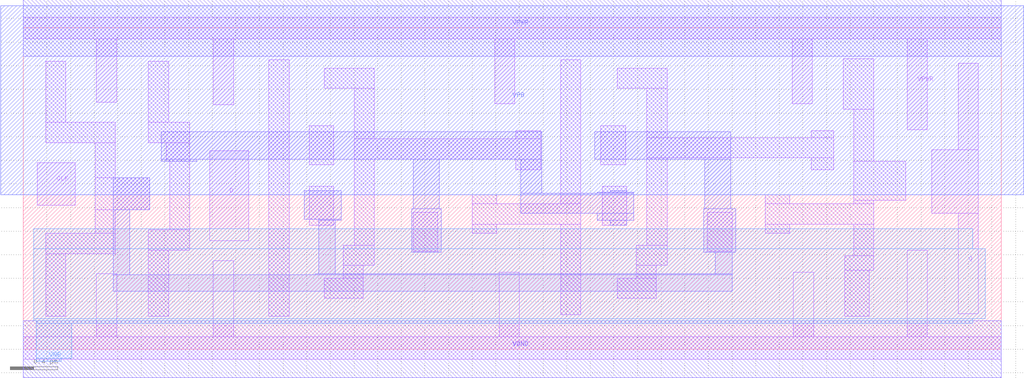
<source format=lef>
VERSION 5.7 ;
  NOWIREEXTENSIONATPIN ON ;
  DIVIDERCHAR "/" ;
  BUSBITCHARS "[]" ;
MACRO sky130_as_sc_hs__buff_2
  CLASS CORE ;
  FOREIGN sky130_as_sc_hs__buff_2 ;
  ORIGIN 0.000 0.000 ;
  SIZE 1.840 BY 2.720 ;
  SYMMETRY X Y R90 ;
  SITE unithd ;
  PIN VPB
    DIRECTION INOUT ;
    USE POWER ;
    PORT
      LAYER nwell ;
        RECT -0.190 1.310 2.030 2.910 ;
    END
  END VPB
  PIN VPWR
    DIRECTION INOUT ;
    USE POWER ;
    SHAPE ABUTMENT ;
    PORT
      LAYER li1 ;
        RECT 0.000 2.630 1.840 2.810 ;
        RECT 0.605 2.050 0.775 2.630 ;
        RECT 1.490 1.910 1.660 2.630 ;
      LAYER met1 ;
        RECT 0.000 2.480 1.840 2.960 ;
    END
  END VPWR
  PIN VGND
    DIRECTION INOUT ;
    USE GROUND ;
    SHAPE ABUTMENT ;
    PORT
      LAYER li1 ;
        RECT 0.605 0.105 0.775 0.700 ;
        RECT 1.490 0.105 1.660 0.760 ;
        RECT 0.000 -0.085 1.840 0.105 ;
      LAYER met1 ;
        RECT 0.000 -0.240 1.840 0.240 ;
    END
  END VGND
  PIN VNB
    DIRECTION INOUT ;
    USE GROUND ;
    PORT
      LAYER pwell ;
        RECT 0.030 0.210 1.810 1.020 ;
        RECT 0.110 -0.100 0.450 0.210 ;
    END
  END VNB
  PIN A
    DIRECTION INPUT ;
    USE SIGNAL ;
    ANTENNAGATEAREA 0.189000 ;
    PORT
      LAYER li1 ;
        RECT 0.155 1.210 0.450 1.540 ;
    END
  END A
  PIN Y
    DIRECTION OUTPUT ;
    USE SIGNAL ;
    ANTENNADIFFAREA 0.365400 ;
    PORT
      LAYER li1 ;
        RECT 1.050 1.910 1.320 2.420 ;
        RECT 1.150 1.460 1.320 1.910 ;
        RECT 1.150 1.260 1.385 1.460 ;
        RECT 1.150 0.800 1.320 1.260 ;
        RECT 1.050 0.290 1.320 0.800 ;
    END
  END Y
  OBS
      LAYER li1 ;
        RECT 0.170 1.880 0.340 2.420 ;
        RECT 0.170 1.710 0.880 1.880 ;
        RECT 0.710 1.560 0.880 1.710 ;
        RECT 0.710 1.230 0.980 1.560 ;
        RECT 0.710 1.040 0.880 1.230 ;
        RECT 0.175 0.870 0.880 1.040 ;
        RECT 0.175 0.290 0.345 0.870 ;
  END
END sky130_as_sc_hs__buff_2

VERSION 5.7 ;
  NOWIREEXTENSIONATPIN ON ;
  DIVIDERCHAR "/" ;
  BUSBITCHARS "[]" ;
MACRO sky130_as_sc_hs__buff_11
  CLASS CORE ;
  FOREIGN sky130_as_sc_hs__buff_11 ;
  ORIGIN 0.000 0.000 ;
  SIZE 7.360 BY 2.720 ;
  SYMMETRY X Y R90 ;
  SITE unithd ;
  PIN VPB
    DIRECTION INOUT ;
    USE POWER ;
    PORT
      LAYER nwell ;
        RECT -0.190 1.310 7.550 2.910 ;
    END
  END VPB
  PIN VPWR
    DIRECTION INOUT ;
    USE POWER ;
    SHAPE ABUTMENT ;
    PORT
      LAYER li1 ;
        RECT 0.000 2.630 7.360 2.810 ;
        RECT 0.180 1.890 0.350 2.630 ;
        RECT 1.050 1.955 1.220 2.630 ;
        RECT 1.930 1.960 2.100 2.630 ;
        RECT 2.830 1.965 3.000 2.630 ;
        RECT 3.710 1.965 3.880 2.630 ;
        RECT 4.590 1.965 4.760 2.630 ;
        RECT 5.470 1.965 5.640 2.630 ;
        RECT 6.360 1.965 6.530 2.630 ;
      LAYER met1 ;
        RECT 0.000 2.480 7.360 2.960 ;
    END
  END VPWR
  PIN VGND
    DIRECTION INOUT ;
    USE GROUND ;
    SHAPE ABUTMENT ;
    PORT
      LAYER li1 ;
        RECT 0.180 0.105 0.350 0.740 ;
        RECT 1.050 0.105 1.220 0.700 ;
        RECT 1.930 0.105 2.100 0.700 ;
        RECT 2.830 0.105 3.000 0.700 ;
        RECT 3.710 0.105 3.880 0.700 ;
        RECT 4.590 0.105 4.760 0.700 ;
        RECT 5.470 0.105 5.640 0.700 ;
        RECT 6.360 0.105 6.530 0.700 ;
        RECT 0.000 -0.085 7.360 0.105 ;
      LAYER met1 ;
        RECT 0.000 -0.240 7.360 0.240 ;
    END
  END VGND
  PIN VNB
    DIRECTION INOUT ;
    USE GROUND ;
    PORT
      LAYER pwell ;
        RECT 0.100 0.220 7.120 1.020 ;
        RECT 0.100 -0.075 0.410 0.220 ;
        RECT 0.100 -0.100 0.370 -0.075 ;
    END
  END VNB
  PIN A
    DIRECTION INPUT ;
    USE SIGNAL ;
    ANTENNAGATEAREA 0.756000 ;
    PORT
      LAYER li1 ;
        RECT 0.190 1.220 1.880 1.445 ;
    END
  END A
  PIN Y
    DIRECTION OUTPUT ;
    USE SIGNAL ;
    ANTENNADIFFAREA 2.230200 ;
    PORT
      LAYER li1 ;
        RECT 2.390 1.795 2.560 2.460 ;
        RECT 3.270 1.795 3.440 2.460 ;
        RECT 4.150 1.795 4.320 2.460 ;
        RECT 5.030 1.795 5.200 2.460 ;
        RECT 5.920 1.795 6.090 2.460 ;
        RECT 6.800 1.795 6.970 2.460 ;
        RECT 7.140 1.795 7.330 1.870 ;
        RECT 2.390 1.625 7.330 1.795 ;
        RECT 7.080 1.040 7.330 1.625 ;
        RECT 2.390 0.870 7.330 1.040 ;
        RECT 2.390 0.280 2.560 0.870 ;
        RECT 3.270 0.280 3.440 0.870 ;
        RECT 4.150 0.280 4.320 0.870 ;
        RECT 5.030 0.280 5.200 0.870 ;
        RECT 5.910 0.280 6.080 0.870 ;
        RECT 6.800 0.280 6.970 0.870 ;
        RECT 7.140 0.700 7.330 0.870 ;
    END
  END Y
  OBS
      LAYER li1 ;
        RECT 0.610 1.785 0.780 2.460 ;
        RECT 1.490 1.785 1.660 2.460 ;
        RECT 0.610 1.615 2.220 1.785 ;
        RECT 2.050 1.455 2.220 1.615 ;
        RECT 2.050 1.230 6.910 1.455 ;
        RECT 2.050 1.050 2.220 1.230 ;
        RECT 0.610 0.870 2.220 1.050 ;
        RECT 0.610 0.280 0.780 0.870 ;
        RECT 1.490 0.280 1.660 0.870 ;
  END
END sky130_as_sc_hs__buff_11

VERSION 5.7 ;
  NOWIREEXTENSIONATPIN ON ;
  DIVIDERCHAR "/" ;
  BUSBITCHARS "[]" ;
MACRO sky130_as_sc_hs__decap_3
  CLASS CORE ;
  FOREIGN sky130_as_sc_hs__decap_3 ;
  ORIGIN 0.000 0.000 ;
  SIZE 1.380 BY 2.720 ;
  SYMMETRY X Y R90 ;
  SITE unithd ;
  PIN VNB
    DIRECTION INOUT ;
    USE GROUND ;
    PORT
      LAYER pwell ;
        RECT 0.010 0.220 1.370 1.020 ;
        RECT 0.110 -0.075 0.380 0.220 ;
        RECT 0.110 -0.110 0.360 -0.075 ;
    END
  END VNB
  PIN VPB
    DIRECTION INOUT ;
    USE POWER ;
    PORT
      LAYER nwell ;
        RECT -0.190 1.310 1.570 2.910 ;
    END
  END VPB
  PIN VGND
    DIRECTION INOUT ;
    USE GROUND ;
    SHAPE ABUTMENT ;
    PORT
      LAYER li1 ;
        RECT 0.240 0.980 0.580 1.580 ;
        RECT 0.140 0.105 1.210 0.980 ;
        RECT 0.000 -0.085 1.380 0.105 ;
      LAYER met1 ;
        RECT 0.000 -0.240 1.380 0.240 ;
    END
  END VGND
  PIN VPWR
    DIRECTION INOUT ;
    USE POWER ;
    SHAPE ABUTMENT ;
    PORT
      LAYER li1 ;
        RECT 0.000 2.630 1.380 2.810 ;
        RECT 0.140 1.830 1.210 2.630 ;
        RECT 0.830 1.150 1.170 1.830 ;
      LAYER met1 ;
        RECT 0.000 2.480 1.380 2.960 ;
    END
  END VPWR
END sky130_as_sc_hs__decap_3

VERSION 5.7 ;
  NOWIREEXTENSIONATPIN ON ;
  DIVIDERCHAR "/" ;
  BUSBITCHARS "[]" ;
MACRO sky130_as_sc_hs__decap_4
  CLASS CORE ;
  FOREIGN sky130_as_sc_hs__decap_4 ;
  ORIGIN 0.000 0.000 ;
  SIZE 1.840 BY 2.720 ;
  SYMMETRY X Y R90 ;
  SITE unithd ;
  PIN VNB
    DIRECTION INOUT ;
    USE GROUND ;
    PORT
      LAYER pwell ;
        RECT 0.110 0.240 1.730 1.020 ;
        RECT 0.130 0.220 1.600 0.240 ;
        RECT 0.130 -0.100 0.450 0.220 ;
    END
  END VNB
  PIN VPB
    DIRECTION INOUT ;
    USE POWER ;
    PORT
      LAYER nwell ;
        RECT -0.190 1.310 2.030 2.910 ;
    END
  END VPB
  PIN VPWR
    DIRECTION INOUT ;
    USE POWER ;
    SHAPE ABUTMENT ;
    PORT
      LAYER li1 ;
        RECT 0.000 2.630 1.840 2.810 ;
        RECT 0.170 1.850 1.670 2.630 ;
        RECT 1.270 1.180 1.610 1.850 ;
      LAYER met1 ;
        RECT 0.000 2.480 1.840 2.960 ;
    END
  END VPWR
  PIN VGND
    DIRECTION INOUT ;
    USE GROUND ;
    SHAPE ABUTMENT ;
    PORT
      LAYER li1 ;
        RECT 0.240 0.900 0.580 1.580 ;
        RECT 0.180 0.105 1.660 0.900 ;
        RECT 0.000 -0.085 1.840 0.105 ;
      LAYER met1 ;
        RECT 0.000 -0.240 1.840 0.240 ;
    END
  END VGND
END sky130_as_sc_hs__decap_4

VERSION 5.7 ;
  NOWIREEXTENSIONATPIN ON ;
  DIVIDERCHAR "/" ;
  BUSBITCHARS "[]" ;
MACRO sky130_as_sc_hs__decap_16
  CLASS CORE ;
  FOREIGN sky130_as_sc_hs__decap_16 ;
  ORIGIN 0.000 0.000 ;
  SIZE 7.360 BY 2.720 ;
  SYMMETRY X Y R90 ;
  SITE unithd ;
  PIN VNB
    DIRECTION INOUT ;
    USE GROUND ;
    PORT
      LAYER pwell ;
        RECT 0.120 0.220 7.120 1.020 ;
        RECT 0.120 -0.110 0.520 0.220 ;
    END
  END VNB
  PIN VPB
    DIRECTION INOUT ;
    USE POWER ;
    PORT
      LAYER nwell ;
        RECT -0.190 1.310 7.550 2.910 ;
    END
  END VPB
  PIN VPWR
    DIRECTION INOUT ;
    USE POWER ;
    SHAPE ABUTMENT ;
    PORT
      LAYER li1 ;
        RECT 0.000 2.630 7.360 2.810 ;
        RECT 0.360 1.690 6.980 2.630 ;
        RECT 0.600 1.340 0.850 1.690 ;
        RECT 0.560 1.140 0.890 1.340 ;
      LAYER met1 ;
        RECT 0.000 2.480 7.360 2.960 ;
    END
  END VPWR
  PIN VGND
    DIRECTION INOUT ;
    USE GROUND ;
    SHAPE ABUTMENT ;
    PORT
      LAYER li1 ;
        RECT 6.390 0.940 6.720 1.520 ;
        RECT 0.360 0.105 6.970 0.940 ;
        RECT 0.000 -0.085 7.360 0.105 ;
      LAYER met1 ;
        RECT 0.000 -0.240 7.360 0.240 ;
    END
  END VGND
END sky130_as_sc_hs__decap_16

VERSION 5.7 ;
  NOWIREEXTENSIONATPIN ON ;
  DIVIDERCHAR "/" ;
  BUSBITCHARS "[]" ;
MACRO sky130_as_sc_hs__dfxtp_1
  CLASS CORE ;
  FOREIGN sky130_as_sc_hs__dfxtp_1 ;
  ORIGIN 0.000 0.000 ;
  SIZE 8.280 BY 2.720 ;
  SYMMETRY X Y R90 ;
  SITE unithd ;
  PIN VNB
    DIRECTION INOUT ;
    USE GROUND ;
    PORT
      LAYER pwell ;
        RECT 0.090 0.850 8.040 1.020 ;
        RECT 0.090 0.260 8.145 0.850 ;
        RECT 0.090 0.240 8.040 0.260 ;
        RECT 0.110 0.220 8.040 0.240 ;
        RECT 0.110 -0.075 0.410 0.220 ;
        RECT 0.110 -0.100 0.320 -0.075 ;
    END
  END VNB
  PIN VPB
    DIRECTION INOUT ;
    USE POWER ;
    PORT
      LAYER nwell ;
        RECT -0.190 1.310 8.470 2.910 ;
    END
  END VPB
  PIN VPWR
    DIRECTION INOUT ;
    USE POWER ;
    SHAPE ABUTMENT ;
    PORT
      LAYER li1 ;
        RECT 0.000 2.630 8.280 2.810 ;
        RECT 0.620 2.090 0.790 2.630 ;
        RECT 1.610 2.070 1.780 2.630 ;
        RECT 3.990 2.080 4.160 2.630 ;
        RECT 6.510 2.080 6.680 2.630 ;
        RECT 7.485 1.860 7.655 2.630 ;
      LAYER met1 ;
        RECT 0.000 2.480 8.280 2.960 ;
    END
  END VPWR
  PIN VGND
    DIRECTION INOUT ;
    USE GROUND ;
    SHAPE ABUTMENT ;
    PORT
      LAYER li1 ;
        RECT 0.620 0.105 0.790 0.640 ;
        RECT 1.610 0.105 1.780 0.750 ;
        RECT 4.030 0.105 4.200 0.650 ;
        RECT 6.520 0.105 6.690 0.650 ;
        RECT 7.485 0.105 7.655 0.840 ;
        RECT 0.000 -0.085 8.280 0.105 ;
      LAYER met1 ;
        RECT 0.000 -0.240 8.280 0.240 ;
    END
  END VGND
  PIN CLK
    DIRECTION INPUT ;
    USE CLOCK ;
    ANTENNAGATEAREA 0.186000 ;
    PORT
      LAYER li1 ;
        RECT 0.120 1.220 0.440 1.580 ;
    END
  END CLK
  PIN Q
    DIRECTION OUTPUT ;
    USE SIGNAL ;
    ANTENNADIFFAREA 0.331250 ;
    PORT
      LAYER li1 ;
        RECT 7.915 1.690 8.085 2.420 ;
        RECT 7.690 1.150 8.085 1.690 ;
        RECT 7.915 0.300 8.085 1.150 ;
    END
  END Q
  PIN D
    DIRECTION INPUT ;
    USE SIGNAL ;
    ANTENNAGATEAREA 0.163500 ;
    PORT
      LAYER li1 ;
        RECT 1.580 0.920 1.910 1.680 ;
    END
  END D
  OBS
      LAYER li1 ;
        RECT 0.190 1.920 0.360 2.440 ;
        RECT 1.060 1.920 1.230 2.440 ;
        RECT 0.190 1.750 0.780 1.920 ;
        RECT 1.060 1.750 1.410 1.920 ;
        RECT 0.610 1.450 0.780 1.750 ;
        RECT 1.210 1.590 1.410 1.750 ;
        RECT 0.610 1.180 1.070 1.450 ;
        RECT 0.610 0.980 0.780 1.180 ;
        RECT 1.240 1.010 1.410 1.590 ;
        RECT 0.190 0.810 0.780 0.980 ;
        RECT 1.060 0.840 1.410 1.010 ;
        RECT 0.190 0.280 0.360 0.810 ;
        RECT 1.060 0.280 1.230 0.840 ;
        RECT 2.080 0.280 2.250 2.450 ;
        RECT 2.550 2.210 2.970 2.380 ;
        RECT 2.420 1.560 2.630 1.890 ;
        RECT 2.800 1.780 2.970 2.210 ;
        RECT 4.170 1.780 4.380 1.850 ;
        RECT 2.800 1.610 4.380 1.780 ;
        RECT 2.420 1.050 2.630 1.380 ;
        RECT 2.800 0.880 2.970 1.610 ;
        RECT 4.170 1.520 4.380 1.610 ;
        RECT 3.800 1.230 4.010 1.310 ;
        RECT 4.550 1.230 4.720 2.450 ;
        RECT 5.030 2.210 5.450 2.380 ;
        RECT 4.890 1.560 5.100 1.890 ;
        RECT 5.280 1.790 5.450 2.210 ;
        RECT 6.940 2.030 7.200 2.460 ;
        RECT 6.670 1.790 6.860 1.850 ;
        RECT 5.280 1.620 6.860 1.790 ;
        RECT 2.710 0.710 2.970 0.880 ;
        RECT 3.300 0.830 3.510 1.160 ;
        RECT 3.800 1.060 4.720 1.230 ;
        RECT 3.800 0.980 4.010 1.060 ;
        RECT 2.710 0.600 2.880 0.710 ;
        RECT 2.550 0.430 2.880 0.600 ;
        RECT 4.550 0.290 4.720 1.060 ;
        RECT 4.900 1.050 5.110 1.380 ;
        RECT 5.280 0.880 5.450 1.620 ;
        RECT 6.670 1.520 6.860 1.620 ;
        RECT 7.030 1.590 7.200 2.030 ;
        RECT 6.280 1.230 6.490 1.310 ;
        RECT 7.030 1.260 7.470 1.590 ;
        RECT 7.030 1.230 7.200 1.260 ;
        RECT 5.190 0.710 5.450 0.880 ;
        RECT 5.790 0.830 6.000 1.160 ;
        RECT 6.280 1.060 7.200 1.230 ;
        RECT 6.280 0.980 6.490 1.060 ;
        RECT 7.030 0.790 7.200 1.060 ;
        RECT 5.190 0.600 5.360 0.710 ;
        RECT 5.030 0.430 5.360 0.600 ;
        RECT 6.955 0.670 7.200 0.790 ;
        RECT 6.955 0.280 7.160 0.670 ;
      LAYER met1 ;
        RECT 1.170 1.610 4.390 1.840 ;
        RECT 4.840 1.610 5.990 1.840 ;
        RECT 1.170 1.590 1.470 1.610 ;
        RECT 0.760 1.180 1.070 1.450 ;
        RECT 0.760 0.630 0.900 1.180 ;
        RECT 2.380 1.100 2.690 1.340 ;
        RECT 3.300 1.190 3.520 1.610 ;
        RECT 4.210 1.320 4.390 1.610 ;
        RECT 4.970 1.330 5.110 1.340 ;
        RECT 4.860 1.320 5.170 1.330 ;
        RECT 2.500 1.090 2.690 1.100 ;
        RECT 2.500 0.640 2.640 1.090 ;
        RECT 3.290 0.820 3.540 1.190 ;
        RECT 4.210 1.150 5.170 1.320 ;
        RECT 5.770 1.190 5.990 1.610 ;
        RECT 4.860 1.090 5.170 1.150 ;
        RECT 4.970 1.050 5.110 1.090 ;
        RECT 5.760 0.820 6.030 1.190 ;
        RECT 5.860 0.640 6.000 0.820 ;
        RECT 2.470 0.630 6.000 0.640 ;
        RECT 0.760 0.490 6.000 0.630 ;
  END
END sky130_as_sc_hs__dfxtp_1

VERSION 5.7 ;
  NOWIREEXTENSIONATPIN ON ;
  DIVIDERCHAR "/" ;
  BUSBITCHARS "[]" ;
MACRO sky130_as_sc_hs__diode_2
  CLASS CORE ;
  FOREIGN sky130_as_sc_hs__diode_2 ;
  ORIGIN 0.000 0.000 ;
  SIZE 0.920 BY 2.720 ;
  SYMMETRY X Y R90 ;
  SITE unithd ;
  PIN VPB
    DIRECTION INOUT ;
    USE POWER ;
    PORT
      LAYER nwell ;
        RECT -0.190 1.310 1.110 2.910 ;
    END
  END VPB
  PIN VPWR
    DIRECTION INOUT ;
    USE POWER ;
    SHAPE ABUTMENT ;
    PORT
      LAYER li1 ;
        RECT 0.000 2.630 0.920 2.810 ;
      LAYER met1 ;
        RECT 0.000 2.480 0.920 2.960 ;
    END
  END VPWR
  PIN VGND
    DIRECTION INOUT ;
    USE GROUND ;
    SHAPE ABUTMENT ;
    PORT
      LAYER li1 ;
        RECT 0.000 -0.085 0.920 0.105 ;
      LAYER met1 ;
        RECT 0.000 -0.240 0.920 0.240 ;
    END
  END VGND
  PIN VNB
    DIRECTION INOUT ;
    USE GROUND ;
    PORT
      LAYER pwell ;
        RECT 0.050 0.220 0.870 1.020 ;
        RECT 0.210 -0.075 0.390 0.220 ;
    END
  END VNB
  PIN DIODE
    DIRECTION INPUT ;
    USE SIGNAL ;
    ANTENNADIFFAREA 0.441000 ;
    PORT
      LAYER li1 ;
        RECT 0.190 0.290 0.740 2.450 ;
    END
  END DIODE
END sky130_as_sc_hs__diode_2

VERSION 5.7 ;
  NOWIREEXTENSIONATPIN ON ;
  DIVIDERCHAR "/" ;
  BUSBITCHARS "[]" ;
MACRO sky130_as_sc_hs__fill_1
  CLASS CORE SPACER ;
  FOREIGN sky130_as_sc_hs__fill_1 ;
  ORIGIN 0.000 0.000 ;
  SIZE 0.460 BY 2.720 ;
  SYMMETRY X Y R90 ;
  SITE unithd ;
  PIN VPB
    DIRECTION INOUT ;
    USE POWER ;
    PORT
      LAYER nwell ;
        RECT -0.190 1.310 0.650 2.910 ;
    END
  END VPB
  PIN VPWR
    DIRECTION INOUT ;
    USE POWER ;
    SHAPE ABUTMENT ;
    PORT
      LAYER li1 ;
        RECT 0.000 2.630 0.460 2.810 ;
      LAYER met1 ;
        RECT 0.000 2.480 0.460 2.960 ;
    END
  END VPWR
  PIN VGND
    DIRECTION INOUT ;
    USE GROUND ;
    SHAPE ABUTMENT ;
    PORT
      LAYER li1 ;
        RECT 0.000 -0.085 0.460 0.105 ;
      LAYER met1 ;
        RECT 0.000 -0.240 0.460 0.240 ;
    END
  END VGND
END sky130_as_sc_hs__fill_1

VERSION 5.7 ;
  NOWIREEXTENSIONATPIN ON ;
  DIVIDERCHAR "/" ;
  BUSBITCHARS "[]" ;
MACRO sky130_as_sc_hs__fill_2
  CLASS CORE SPACER ;
  FOREIGN sky130_as_sc_hs__fill_2 ;
  ORIGIN 0.000 0.000 ;
  SIZE 0.920 BY 2.720 ;
  SYMMETRY X Y R90 ;
  SITE unithd ;
  PIN VPB
    DIRECTION INOUT ;
    USE POWER ;
    PORT
      LAYER nwell ;
        RECT -0.190 1.310 1.110 2.910 ;
    END
  END VPB
  PIN VPWR
    DIRECTION INOUT ;
    USE POWER ;
    SHAPE ABUTMENT ;
    PORT
      LAYER li1 ;
        RECT 0.000 2.630 0.920 2.810 ;
      LAYER met1 ;
        RECT 0.000 2.480 0.920 2.960 ;
    END
  END VPWR
  PIN VGND
    DIRECTION INOUT ;
    USE GROUND ;
    SHAPE ABUTMENT ;
    PORT
      LAYER li1 ;
        RECT 0.000 -0.085 0.920 0.105 ;
      LAYER met1 ;
        RECT 0.000 -0.240 0.920 0.240 ;
    END
  END VGND
END sky130_as_sc_hs__fill_2

VERSION 5.7 ;
  NOWIREEXTENSIONATPIN ON ;
  DIVIDERCHAR "/" ;
  BUSBITCHARS "[]" ;
MACRO sky130_as_sc_hs__fill_4
  CLASS CORE SPACER ;
  FOREIGN sky130_as_sc_hs__fill_4 ;
  ORIGIN 0.000 0.000 ;
  SIZE 1.840 BY 2.720 ;
  SYMMETRY X Y R90 ;
  SITE unithd ;
  PIN VPB
    DIRECTION INOUT ;
    USE POWER ;
    PORT
      LAYER nwell ;
        RECT -0.190 1.310 2.030 2.910 ;
    END
  END VPB
  PIN VPWR
    DIRECTION INOUT ;
    USE POWER ;
    SHAPE ABUTMENT ;
    PORT
      LAYER li1 ;
        RECT 0.000 2.630 1.840 2.810 ;
      LAYER met1 ;
        RECT 0.000 2.480 1.840 2.960 ;
    END
  END VPWR
  PIN VGND
    DIRECTION INOUT ;
    USE GROUND ;
    SHAPE ABUTMENT ;
    PORT
      LAYER li1 ;
        RECT 0.000 -0.085 1.840 0.105 ;
      LAYER met1 ;
        RECT 0.000 -0.240 1.840 0.240 ;
    END
  END VGND
END sky130_as_sc_hs__fill_4

VERSION 5.7 ;
  NOWIREEXTENSIONATPIN ON ;
  DIVIDERCHAR "/" ;
  BUSBITCHARS "[]" ;
MACRO sky130_as_sc_hs__fill_8
  CLASS CORE SPACER ;
  FOREIGN sky130_as_sc_hs__fill_8 ;
  ORIGIN 0.000 0.000 ;
  SIZE 3.680 BY 2.720 ;
  SYMMETRY X Y R90 ;
  SITE unithd ;
  PIN VPB
    DIRECTION INOUT ;
    USE POWER ;
    PORT
      LAYER nwell ;
        RECT -0.190 1.310 3.870 2.910 ;
    END
  END VPB
  PIN VPWR
    DIRECTION INOUT ;
    USE POWER ;
    SHAPE ABUTMENT ;
    PORT
      LAYER li1 ;
        RECT 0.000 2.630 3.680 2.810 ;
      LAYER met1 ;
        RECT 0.000 2.480 3.680 2.960 ;
    END
  END VPWR
  PIN VGND
    DIRECTION INOUT ;
    USE GROUND ;
    SHAPE ABUTMENT ;
    PORT
      LAYER li1 ;
        RECT 0.000 -0.085 3.680 0.105 ;
      LAYER met1 ;
        RECT 0.000 -0.240 3.680 0.240 ;
    END
  END VGND
  OBS
      LAYER li1 ;
        RECT 0.210 0.360 0.450 2.360 ;
  END
END sky130_as_sc_hs__fill_8

VERSION 5.7 ;
  NOWIREEXTENSIONATPIN ON ;
  DIVIDERCHAR "/" ;
  BUSBITCHARS "[]" ;
MACRO sky130_as_sc_hs__fill_16
  CLASS CORE ;
  FOREIGN sky130_as_sc_hs__fill_16 ;
  ORIGIN 0.000 0.000 ;
  SIZE 7.360 BY 2.720 ;
  SYMMETRY X Y R90 ;
  SITE unithd ;
  PIN VPB
    DIRECTION INOUT ;
    USE POWER ;
    PORT
      LAYER nwell ;
        RECT -0.190 1.310 7.550 2.910 ;
    END
  END VPB
  PIN VPWR
    DIRECTION INOUT ;
    USE POWER ;
    SHAPE ABUTMENT ;
    PORT
      LAYER li1 ;
        RECT 0.000 2.630 7.360 2.810 ;
      LAYER met1 ;
        RECT 0.000 2.480 7.360 2.960 ;
    END
  END VPWR
  PIN VGND
    DIRECTION INOUT ;
    USE GROUND ;
    SHAPE ABUTMENT ;
    PORT
      LAYER li1 ;
        RECT 0.000 -0.085 7.360 0.105 ;
      LAYER met1 ;
        RECT 0.000 -0.240 7.360 0.240 ;
    END
  END VGND
  OBS
      LAYER li1 ;
        RECT 0.730 2.020 0.970 2.260 ;
        RECT 0.490 1.780 1.210 2.020 ;
        RECT 0.490 1.300 0.730 1.780 ;
        RECT 0.970 1.300 1.210 1.780 ;
        RECT 1.690 1.540 1.930 2.260 ;
        RECT 3.130 1.540 3.370 2.260 ;
        RECT 4.090 2.020 4.330 2.260 ;
        RECT 1.690 1.300 2.170 1.540 ;
        RECT 0.490 1.060 1.210 1.300 ;
        RECT 0.250 0.820 0.730 1.060 ;
        RECT 0.970 0.820 1.450 1.060 ;
        RECT 0.250 0.340 0.490 0.820 ;
        RECT 1.210 0.340 1.450 0.820 ;
        RECT 1.930 0.820 2.170 1.300 ;
        RECT 2.410 0.820 2.650 1.540 ;
        RECT 2.890 1.300 3.370 1.540 ;
        RECT 3.850 1.780 4.570 2.020 ;
        RECT 3.850 1.300 4.090 1.780 ;
        RECT 4.330 1.300 4.570 1.780 ;
        RECT 5.050 1.540 5.290 2.260 ;
        RECT 6.490 1.540 6.730 2.260 ;
        RECT 5.050 1.300 5.530 1.540 ;
        RECT 2.890 0.820 3.130 1.300 ;
        RECT 3.850 1.060 4.570 1.300 ;
        RECT 1.930 0.580 3.130 0.820 ;
        RECT 3.610 0.820 4.090 1.060 ;
        RECT 4.330 0.820 4.810 1.060 ;
        RECT 2.170 0.340 2.410 0.580 ;
        RECT 2.650 0.340 2.890 0.580 ;
        RECT 3.610 0.340 3.850 0.820 ;
        RECT 4.570 0.340 4.810 0.820 ;
        RECT 5.290 0.820 5.530 1.300 ;
        RECT 5.770 0.820 6.010 1.540 ;
        RECT 6.250 1.300 6.730 1.540 ;
        RECT 6.250 0.820 6.490 1.300 ;
        RECT 5.290 0.580 6.490 0.820 ;
        RECT 5.530 0.340 5.770 0.580 ;
        RECT 6.010 0.340 6.250 0.580 ;
  END
END sky130_as_sc_hs__fill_16

VERSION 5.7 ;
  NOWIREEXTENSIONATPIN ON ;
  DIVIDERCHAR "/" ;
  BUSBITCHARS "[]" ;
MACRO sky130_as_sc_hs__inv_2
  CLASS CORE ;
  FOREIGN sky130_as_sc_hs__inv_2 ;
  ORIGIN 0.000 0.000 ;
  SIZE 1.840 BY 2.720 ;
  SYMMETRY X Y R90 ;
  SITE unithd ;
  PIN VNB
    DIRECTION INOUT ;
    USE GROUND ;
    PORT
      LAYER pwell ;
        RECT 0.120 0.220 1.600 1.020 ;
        RECT 0.120 -0.075 0.380 0.220 ;
        RECT 0.120 -0.110 0.350 -0.075 ;
    END
  END VNB
  PIN VPB
    DIRECTION INOUT ;
    USE POWER ;
    PORT
      LAYER nwell ;
        RECT -0.190 1.310 2.030 2.910 ;
    END
  END VPB
  PIN VPWR
    DIRECTION INOUT ;
    USE POWER ;
    SHAPE ABUTMENT ;
    PORT
      LAYER li1 ;
        RECT 0.000 2.630 1.840 2.810 ;
        RECT 0.320 1.610 0.570 2.630 ;
        RECT 1.320 1.610 1.570 2.630 ;
      LAYER met1 ;
        RECT 0.000 2.480 1.840 2.960 ;
    END
  END VPWR
  PIN VGND
    DIRECTION INOUT ;
    USE GROUND ;
    SHAPE ABUTMENT ;
    PORT
      LAYER li1 ;
        RECT 0.310 0.105 0.560 0.950 ;
        RECT 1.280 0.280 1.550 0.950 ;
        RECT 1.280 0.105 1.530 0.280 ;
        RECT 0.000 -0.085 1.840 0.105 ;
      LAYER met1 ;
        RECT 0.000 -0.240 1.840 0.240 ;
    END
  END VGND
  PIN A
    DIRECTION INPUT ;
    USE SIGNAL ;
    ANTENNAGATEAREA 0.624000 ;
    PORT
      LAYER li1 ;
        RECT 0.300 1.120 0.630 1.440 ;
    END
  END A
  PIN Y
    DIRECTION OUTPUT ;
    USE SIGNAL ;
    ANTENNADIFFAREA 0.468000 ;
    PORT
      LAYER li1 ;
        RECT 0.820 0.310 1.070 2.430 ;
    END
  END Y
END sky130_as_sc_hs__inv_2

VERSION 5.7 ;
  NOWIREEXTENSIONATPIN ON ;
  DIVIDERCHAR "/" ;
  BUSBITCHARS "[]" ;
MACRO sky130_as_sc_hs__nand2_1
  CLASS CORE ;
  FOREIGN sky130_as_sc_hs__nand2_1 ;
  ORIGIN 0.000 0.000 ;
  SIZE 1.380 BY 2.720 ;
  SYMMETRY X Y R90 ;
  SITE unithd ;
  PIN VNB
    DIRECTION INOUT ;
    USE GROUND ;
    PORT
      LAYER pwell ;
        RECT 0.060 0.080 1.310 1.020 ;
        RECT 0.210 -0.075 0.380 0.080 ;
    END
  END VNB
  PIN VPB
    DIRECTION INOUT ;
    USE POWER ;
    PORT
      LAYER nwell ;
        RECT -0.190 1.310 1.570 2.910 ;
    END
  END VPB
  PIN VPWR
    DIRECTION INOUT ;
    USE POWER ;
    SHAPE ABUTMENT ;
    PORT
      LAYER li1 ;
        RECT 0.000 2.630 1.380 2.810 ;
        RECT 0.140 1.610 0.310 2.630 ;
        RECT 1.010 1.640 1.180 2.630 ;
      LAYER met1 ;
        RECT 0.000 2.480 1.380 2.960 ;
    END
  END VPWR
  PIN VGND
    DIRECTION INOUT ;
    USE GROUND ;
    SHAPE ABUTMENT ;
    PORT
      LAYER li1 ;
        RECT 0.140 0.105 0.310 0.860 ;
        RECT 0.000 -0.085 1.380 0.105 ;
      LAYER met1 ;
        RECT 0.000 -0.240 1.380 0.240 ;
    END
  END VGND
  PIN B
    DIRECTION INPUT ;
    USE SIGNAL ;
    ANTENNAGATEAREA 0.240750 ;
    PORT
      LAYER li1 ;
        RECT 0.935 1.090 1.190 1.420 ;
    END
  END B
  PIN A
    DIRECTION INPUT ;
    USE SIGNAL ;
    ANTENNAGATEAREA 0.240750 ;
    PORT
      LAYER li1 ;
        RECT 0.145 1.080 0.405 1.420 ;
    END
  END A
  PIN Y
    DIRECTION OUTPUT ;
    USE SIGNAL ;
    ANTENNADIFFAREA 0.448075 ;
    PORT
      LAYER li1 ;
        RECT 0.575 1.040 0.745 2.450 ;
        RECT 0.575 0.920 0.765 1.040 ;
        RECT 0.575 0.750 1.180 0.920 ;
        RECT 1.010 0.360 1.180 0.750 ;
    END
  END Y
END sky130_as_sc_hs__nand2_1

VERSION 5.7 ;
  NOWIREEXTENSIONATPIN ON ;
  DIVIDERCHAR "/" ;
  BUSBITCHARS "[]" ;
MACRO sky130_as_sc_hs__nor2_1
  CLASS CORE ;
  FOREIGN sky130_as_sc_hs__nor2_1 ;
  ORIGIN 0.000 0.000 ;
  SIZE 1.380 BY 2.720 ;
  SYMMETRY X Y R90 ;
  SITE unithd ;
  PIN VNB
    DIRECTION INOUT ;
    USE GROUND ;
    PORT
      LAYER pwell ;
        RECT 0.000 -0.090 1.380 1.020 ;
    END
  END VNB
  PIN VPB
    DIRECTION INOUT ;
    USE POWER ;
    PORT
      LAYER nwell ;
        RECT -0.190 1.310 1.570 2.910 ;
    END
  END VPB
  PIN VPWR
    DIRECTION INOUT ;
    USE POWER ;
    SHAPE ABUTMENT ;
    PORT
      LAYER li1 ;
        RECT 0.000 2.630 1.380 2.810 ;
        RECT 0.175 1.610 0.345 2.630 ;
      LAYER met1 ;
        RECT 0.000 2.480 1.380 2.960 ;
    END
  END VPWR
  PIN VGND
    DIRECTION INOUT ;
    USE GROUND ;
    SHAPE ABUTMENT ;
    PORT
      LAYER li1 ;
        RECT 0.175 0.105 0.345 0.860 ;
        RECT 1.035 0.105 1.205 0.920 ;
        RECT 0.000 -0.085 1.380 0.105 ;
      LAYER met1 ;
        RECT 0.000 -0.240 1.380 0.240 ;
    END
  END VGND
  PIN B
    DIRECTION INPUT ;
    USE SIGNAL ;
    ANTENNAGATEAREA 0.237000 ;
    PORT
      LAYER li1 ;
        RECT 0.945 1.090 1.205 1.430 ;
    END
  END B
  PIN A
    DIRECTION INPUT ;
    USE SIGNAL ;
    ANTENNAGATEAREA 0.237000 ;
    PORT
      LAYER li1 ;
        RECT 0.165 1.080 0.435 1.420 ;
    END
  END A
  PIN Y
    DIRECTION OUTPUT ;
    USE SIGNAL ;
    ANTENNADIFFAREA 0.428675 ;
    PORT
      LAYER li1 ;
        RECT 1.035 1.780 1.205 2.460 ;
        RECT 0.605 1.610 1.205 1.780 ;
        RECT 0.605 0.880 0.775 1.610 ;
        RECT 0.575 0.670 0.775 0.880 ;
        RECT 0.605 0.300 0.775 0.670 ;
    END
  END Y
END sky130_as_sc_hs__nor2_1

VERSION 5.7 ;
  NOWIREEXTENSIONATPIN ON ;
  DIVIDERCHAR "/" ;
  BUSBITCHARS "[]" ;
MACRO sky130_as_sc_hs__tap_1
  CLASS CORE ;
  FOREIGN sky130_as_sc_hs__tap_1 ;
  ORIGIN 0.000 0.000 ;
  SIZE 0.460 BY 2.720 ;
  SYMMETRY X Y R90 ;
  SITE unithd ;
  PIN VPB
    DIRECTION INOUT ;
    USE POWER ;
    PORT
      LAYER nwell ;
        RECT -0.190 1.310 0.650 2.910 ;
      LAYER li1 ;
        RECT 0.000 2.630 0.460 2.810 ;
        RECT 0.110 1.460 0.340 2.630 ;
      LAYER met1 ;
        RECT 0.000 2.480 0.460 2.960 ;
    END
  END VPB
  PIN VGND
    DIRECTION INOUT ;
    USE GROUND ;
    SHAPE ABUTMENT ;
    PORT
      LAYER pwell ;
        RECT 0.030 0.220 0.430 1.020 ;
        RECT 0.090 -0.120 0.400 0.220 ;
      LAYER li1 ;
        RECT 0.120 0.105 0.340 1.000 ;
        RECT 0.000 -0.085 0.460 0.105 ;
      LAYER met1 ;
        RECT 0.000 -0.240 0.460 0.240 ;
    END
  END VGND
END sky130_as_sc_hs__tap_1

VERSION 5.7 ;
  NOWIREEXTENSIONATPIN ON ;
  DIVIDERCHAR "/" ;
  BUSBITCHARS "[]" ;
MACRO sky130_as_sc_hs__tieh
  CLASS CORE ;
  FOREIGN sky130_as_sc_hs__tieh ;
  ORIGIN 0.000 0.000 ;
  SIZE 1.380 BY 2.720 ;
  SYMMETRY X Y R90 ;
  SITE unithd ;
  PIN VNB
    DIRECTION INOUT ;
    USE GROUND ;
    PORT
      LAYER pwell ;
        RECT 0.010 0.220 1.370 1.020 ;
        RECT 0.130 -0.075 0.380 0.220 ;
        RECT 0.130 -0.100 0.330 -0.075 ;
    END
  END VNB
  PIN VPB
    DIRECTION INOUT ;
    USE POWER ;
    PORT
      LAYER nwell ;
        RECT -0.190 1.310 1.570 2.910 ;
    END
  END VPB
  PIN VGND
    DIRECTION INOUT ;
    USE GROUND ;
    SHAPE ABUTMENT ;
    PORT
      LAYER li1 ;
        RECT 0.000 -0.085 1.380 0.105 ;
      LAYER met1 ;
        RECT 0.000 -0.240 1.380 0.240 ;
    END
  END VGND
  PIN VPWR
    DIRECTION INOUT ;
    USE POWER ;
    SHAPE ABUTMENT ;
    PORT
      LAYER li1 ;
        RECT 0.000 2.630 1.380 2.810 ;
        RECT 0.730 1.840 1.040 2.630 ;
      LAYER met1 ;
        RECT 0.000 2.480 1.380 2.960 ;
    END
  END VPWR
  PIN ONE
    DIRECTION OUTPUT ;
    USE SIGNAL ;
    PORT
      LAYER li1 ;
        RECT 0.300 0.380 1.040 1.630 ;
    END
  END ONE
END sky130_as_sc_hs__tieh

VERSION 5.7 ;
  NOWIREEXTENSIONATPIN ON ;
  DIVIDERCHAR "/" ;
  BUSBITCHARS "[]" ;
MACRO sky130_as_sc_hs__tiel
  CLASS CORE ;
  FOREIGN sky130_as_sc_hs__tiel ;
  ORIGIN 0.000 0.000 ;
  SIZE 1.380 BY 2.720 ;
  SYMMETRY X Y R90 ;
  SITE unithd ;
  PIN VNB
    DIRECTION INOUT ;
    USE GROUND ;
    PORT
      LAYER pwell ;
        RECT 0.010 0.220 1.370 1.020 ;
        RECT 0.130 -0.075 0.380 0.220 ;
        RECT 0.130 -0.100 0.330 -0.075 ;
    END
  END VNB
  PIN VPB
    DIRECTION INOUT ;
    USE POWER ;
    PORT
      LAYER nwell ;
        RECT -0.190 1.310 1.570 2.910 ;
    END
  END VPB
  PIN VGND
    DIRECTION INOUT ;
    USE GROUND ;
    SHAPE ABUTMENT ;
    PORT
      LAYER li1 ;
        RECT 0.650 0.105 1.040 0.860 ;
        RECT 0.000 -0.085 1.380 0.105 ;
      LAYER met1 ;
        RECT 0.000 -0.240 1.380 0.240 ;
    END
  END VGND
  PIN VPWR
    DIRECTION INOUT ;
    USE POWER ;
    SHAPE ABUTMENT ;
    PORT
      LAYER li1 ;
        RECT 0.000 2.630 1.380 2.810 ;
      LAYER met1 ;
        RECT 0.000 2.480 1.380 2.960 ;
    END
  END VPWR
  PIN ZERO
    DIRECTION OUTPUT ;
    USE SIGNAL ;
    PORT
      LAYER li1 ;
        RECT 0.300 1.140 1.040 2.390 ;
    END
  END ZERO
END sky130_as_sc_hs__tiel
END LIBRARY

</source>
